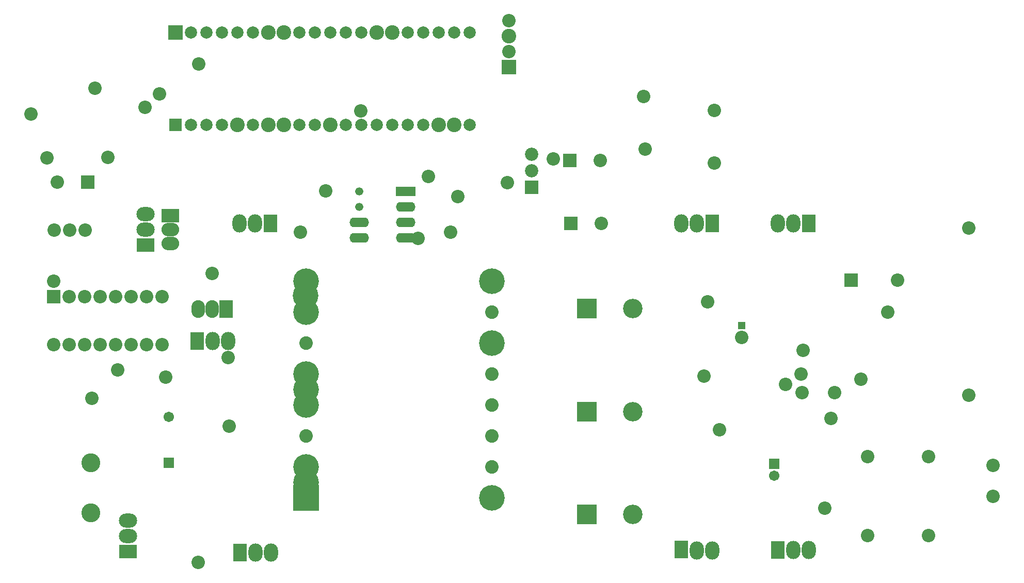
<source format=gbs>
G04*
G04 #@! TF.GenerationSoftware,Altium Limited,Altium Designer,22.11.1 (43)*
G04*
G04 Layer_Color=16711935*
%FSLAX44Y44*%
%MOMM*%
G71*
G04*
G04 #@! TF.SameCoordinates,BEA400A9-7B0A-4234-B2B5-4D1F4660E836*
G04*
G04*
G04 #@! TF.FilePolarity,Negative*
G04*
G01*
G75*
%ADD54R,2.2032X2.2032*%
%ADD55C,2.2032*%
%ADD56R,2.3032X3.0032*%
%ADD57O,2.3032X3.0032*%
%ADD58R,1.3032X1.3032*%
%ADD59R,1.7032X1.7032*%
%ADD60C,1.7032*%
%ADD61O,2.2000X2.9000*%
%ADD62R,2.2000X2.9000*%
%ADD63O,2.9000X2.2000*%
%ADD64R,2.9000X2.2000*%
%ADD65R,3.2032X1.6032*%
%ADD66O,3.2032X1.6032*%
%ADD67C,1.3362*%
%ADD68C,4.2032*%
%ADD69C,2.0032*%
%ADD70C,2.4032*%
%ADD71R,2.4032X2.4032*%
%ADD72R,2.0032X2.0032*%
%ADD73C,2.2282*%
%ADD74R,4.2032X4.2032*%
%ADD75O,3.0032X2.3032*%
%ADD76R,3.0032X2.3032*%
%ADD77R,3.2032X3.2032*%
%ADD78C,3.2032*%
%ADD79C,3.0982*%
%ADD80C,2.1832*%
%ADD81R,2.1832X2.1832*%
%ADD82R,2.2032X2.2032*%
%ADD83R,2.4032X2.4032*%
D54*
X110000Y643000D02*
D03*
X1362000Y482000D02*
D03*
X901000Y679000D02*
D03*
X902000Y575000D02*
D03*
D55*
X951000Y679000D02*
D03*
X952000Y575000D02*
D03*
X60000Y643000D02*
D03*
X1389000Y193000D02*
D03*
X1489000D02*
D03*
Y63000D02*
D03*
X1389000D02*
D03*
X1438200Y482000D02*
D03*
X1595000Y178000D02*
D03*
Y127200D02*
D03*
X1555000Y293000D02*
D03*
Y568000D02*
D03*
X1183000Y388000D02*
D03*
X55100Y564418D02*
D03*
X80500D02*
D03*
X105900D02*
D03*
X79680Y455390D02*
D03*
X105080D02*
D03*
X130480D02*
D03*
X155880D02*
D03*
X181280D02*
D03*
X206680D02*
D03*
X232080D02*
D03*
Y375990D02*
D03*
X206680D02*
D03*
X181280D02*
D03*
X155880D02*
D03*
X130480D02*
D03*
X105080D02*
D03*
X79680D02*
D03*
X54280D02*
D03*
X801000Y857400D02*
D03*
X705000Y561000D02*
D03*
X1319000Y108000D02*
D03*
X1280000Y328000D02*
D03*
X159000Y335000D02*
D03*
X1422000Y430000D02*
D03*
X1022000Y784000D02*
D03*
X459000Y561000D02*
D03*
X1283000Y367000D02*
D03*
X43000Y683000D02*
D03*
X143000Y684000D02*
D03*
X122000Y797000D02*
D03*
X228000Y788000D02*
D03*
X1335000Y298000D02*
D03*
X1282000D02*
D03*
X1255000Y311000D02*
D03*
X1329000Y255000D02*
D03*
X17000Y755000D02*
D03*
X204000Y766000D02*
D03*
X117000Y288000D02*
D03*
X558000Y760000D02*
D03*
X500000Y629000D02*
D03*
X1127000Y447000D02*
D03*
X1121000Y325000D02*
D03*
X1378000Y320000D02*
D03*
X1146000Y237000D02*
D03*
X717000Y619000D02*
D03*
X292000Y837000D02*
D03*
X1138000Y674000D02*
D03*
Y761000D02*
D03*
X874000Y681000D02*
D03*
X669000Y652000D02*
D03*
X652000Y551000D02*
D03*
X798000Y642000D02*
D03*
X801000Y908000D02*
D03*
X1024000Y697000D02*
D03*
X54000Y480500D02*
D03*
X238000Y323000D02*
D03*
X340000Y355000D02*
D03*
X342000Y243000D02*
D03*
X314000Y493000D02*
D03*
X291000Y19000D02*
D03*
D56*
X1292800Y575000D02*
D03*
X1134400D02*
D03*
X1083600Y40460D02*
D03*
X1242000Y39000D02*
D03*
X289000Y382000D02*
D03*
X410000Y575000D02*
D03*
X360000Y35000D02*
D03*
D57*
X1267400Y575000D02*
D03*
X1242000D02*
D03*
X1109000D02*
D03*
X1083600D02*
D03*
X1109000Y38230D02*
D03*
X1134400D02*
D03*
X1267400Y39000D02*
D03*
X1292800D02*
D03*
X339800Y382000D02*
D03*
X314400D02*
D03*
X359200Y575000D02*
D03*
X384600D02*
D03*
X410800Y35000D02*
D03*
X385400D02*
D03*
D58*
X1183000Y408000D02*
D03*
D59*
X1236000Y181000D02*
D03*
X242570Y182810D02*
D03*
D60*
X1236000Y161000D02*
D03*
X242570Y257810D02*
D03*
D61*
X291200Y435000D02*
D03*
X314100D02*
D03*
D62*
X337000D02*
D03*
D63*
X245085Y542500D02*
D03*
Y565400D02*
D03*
D64*
Y588300D02*
D03*
D65*
X631100Y628100D02*
D03*
D66*
Y602700D02*
D03*
Y577300D02*
D03*
Y551900D02*
D03*
X554900D02*
D03*
Y577300D02*
D03*
D67*
Y602700D02*
D03*
Y628100D02*
D03*
D68*
X468000Y150400D02*
D03*
X772800Y125000D02*
D03*
Y379000D02*
D03*
Y480600D02*
D03*
X468000D02*
D03*
Y429800D02*
D03*
Y328200D02*
D03*
Y277400D02*
D03*
Y175800D02*
D03*
Y302800D02*
D03*
X466937Y456465D02*
D03*
D69*
X736300Y889000D02*
D03*
X710900D02*
D03*
X685500D02*
D03*
X660100D02*
D03*
X634700D02*
D03*
X558500D02*
D03*
X533100D02*
D03*
X507700D02*
D03*
X482300D02*
D03*
X456900D02*
D03*
X380700D02*
D03*
X355300D02*
D03*
X329900D02*
D03*
X304500D02*
D03*
X279100D02*
D03*
X279100Y736948D02*
D03*
X304500D02*
D03*
X329900D02*
D03*
X380700D02*
D03*
X456900D02*
D03*
X482300D02*
D03*
X533100D02*
D03*
X558500D02*
D03*
X583900D02*
D03*
X609300D02*
D03*
X634700D02*
D03*
X660100D02*
D03*
X736300D02*
D03*
D70*
X609300Y889000D02*
D03*
X583900D02*
D03*
X431500D02*
D03*
X406100D02*
D03*
X355300Y736948D02*
D03*
X406100D02*
D03*
X431500D02*
D03*
X507700D02*
D03*
X685500D02*
D03*
X710900D02*
D03*
X801000Y882800D02*
D03*
D71*
X253700Y889000D02*
D03*
D72*
X253700Y736948D02*
D03*
D73*
X772800Y175800D02*
D03*
Y226600D02*
D03*
Y277400D02*
D03*
Y328200D02*
D03*
Y429800D02*
D03*
X468000Y379000D02*
D03*
Y226600D02*
D03*
D74*
Y125000D02*
D03*
D75*
X205000Y590800D02*
D03*
Y565400D02*
D03*
X176000Y62400D02*
D03*
Y87800D02*
D03*
D76*
X205000Y540000D02*
D03*
X176000Y37000D02*
D03*
D77*
X929000Y266000D02*
D03*
Y436000D02*
D03*
Y98000D02*
D03*
D78*
X1004000Y266000D02*
D03*
Y436000D02*
D03*
Y98000D02*
D03*
D79*
X115000Y100000D02*
D03*
Y182600D02*
D03*
D80*
X837960Y688900D02*
D03*
Y661900D02*
D03*
D81*
Y634900D02*
D03*
D82*
X54280Y455390D02*
D03*
D83*
X801000Y832000D02*
D03*
M02*

</source>
